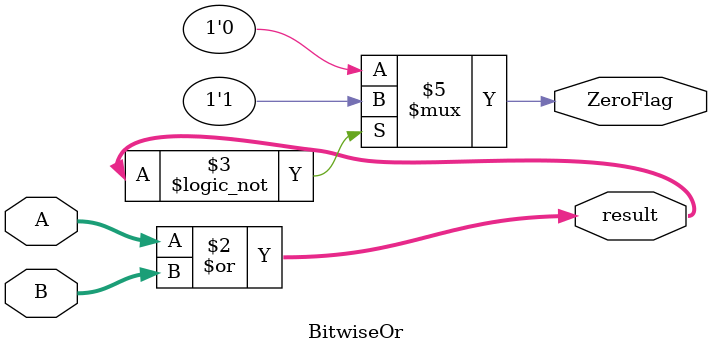
<source format=v>
module BitwiseOr(A, B, result,ZeroFlag);  
input  [7:0] A;  
input  [7:0] B;  
output [7:0] result;  
output ZeroFlag;  
reg [7:0] result;
reg ZeroFlag; 
 
always @(A or B)
begin
 result = A | B;

if(result == 8'b00000000)
 ZeroFlag =1;
   else 
  ZeroFlag =0;

end
  endmodule 
</source>
